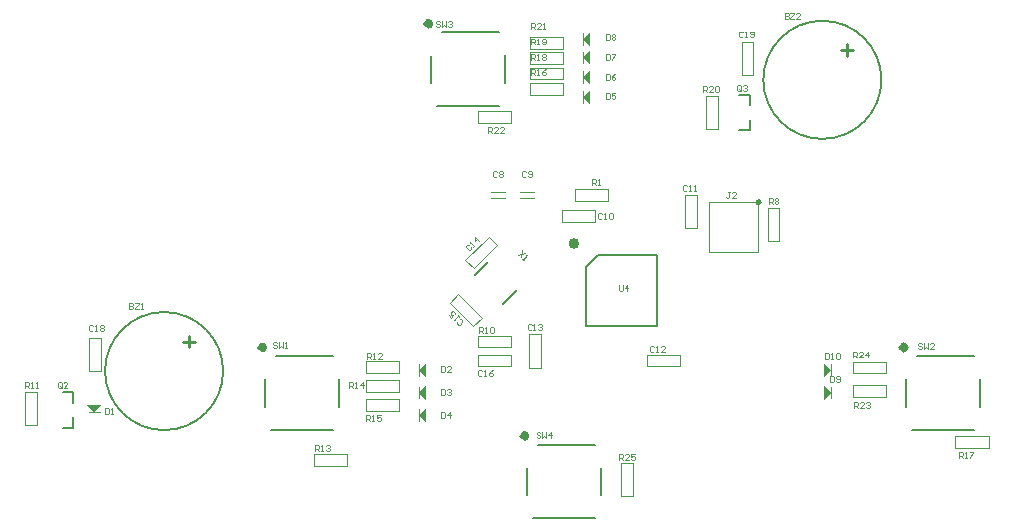
<source format=gto>
G04*
G04 #@! TF.GenerationSoftware,Altium Limited,Altium Designer,23.5.1 (21)*
G04*
G04 Layer_Color=65535*
%FSLAX25Y25*%
%MOIN*%
G70*
G04*
G04 #@! TF.SameCoordinates,AFD14176-74B1-4AA8-BEBF-F55300C3C1FD*
G04*
G04*
G04 #@! TF.FilePolarity,Positive*
G04*
G01*
G75*
%ADD10C,0.00787*%
%ADD11C,0.01968*%
%ADD12C,0.00984*%
%ADD13C,0.00394*%
%ADD14C,0.00600*%
G36*
X634449Y556866D02*
X632087Y559228D01*
X634449Y561591D01*
Y556866D01*
D02*
G37*
G36*
Y550591D02*
X632087Y552953D01*
X634449Y555315D01*
Y550591D01*
D02*
G37*
G36*
Y544095D02*
X632087Y546457D01*
X634449Y548819D01*
Y544095D01*
D02*
G37*
G36*
X634449Y537402D02*
X632087Y539764D01*
X634449Y542126D01*
Y537402D01*
D02*
G37*
G36*
X714961Y448779D02*
X712598Y446417D01*
Y451142D01*
X714961Y448779D01*
D02*
G37*
G36*
X579921Y446417D02*
X577559Y448779D01*
X579921Y451142D01*
Y446417D01*
D02*
G37*
G36*
X714961Y441268D02*
X712598Y438905D01*
Y443630D01*
X714961Y441268D01*
D02*
G37*
G36*
X579921Y438905D02*
X577559Y441268D01*
X579921Y443630D01*
Y438905D01*
D02*
G37*
G36*
X469291Y434646D02*
X466929Y437008D01*
X471654D01*
X469291Y434646D01*
D02*
G37*
G36*
X579921Y431394D02*
X577559Y433756D01*
X579921Y436118D01*
Y431394D01*
D02*
G37*
D10*
X731634Y545504D02*
G03*
X731634Y545504I-19685J0D01*
G01*
X512205Y448425D02*
G03*
X512205Y448425I-19685J0D01*
G01*
X684252Y540551D02*
X687795D01*
Y537008D02*
Y540551D01*
X684252Y528740D02*
X687795D01*
Y532283D01*
X656693Y463386D02*
Y487008D01*
X633071Y463386D02*
X656693D01*
X633071D02*
Y483071D01*
X637008Y487008D01*
X656693D01*
X596190Y480458D02*
X600644Y484912D01*
X605377Y470715D02*
X610109Y475447D01*
X458661Y441339D02*
X462205D01*
Y437795D02*
Y441339D01*
X458661Y429528D02*
X462205D01*
Y433071D01*
D11*
X581219Y564157D02*
G03*
X581219Y564157I-707J0D01*
G01*
X690748Y504724D02*
G03*
X690748Y504724I-197J0D01*
G01*
X629921Y490945D02*
G03*
X629921Y490945I-787J0D01*
G01*
X525888Y456284D02*
G03*
X525888Y456284I-707J0D01*
G01*
X613290Y426756D02*
G03*
X613290Y426756I-707J0D01*
G01*
X739668Y456284D02*
G03*
X739668Y456284I-707J0D01*
G01*
D12*
X718248Y555346D02*
X722185D01*
X720217Y553378D02*
Y557315D01*
X498819Y458268D02*
X502756D01*
X500787Y456299D02*
Y460236D01*
D13*
X685039Y547244D02*
X688976D01*
Y558268D01*
X685039D02*
X688976D01*
X685039Y547244D02*
Y558268D01*
X673228Y529134D02*
Y540158D01*
X677165D01*
Y529134D02*
Y540158D01*
X673228Y529134D02*
X677165D01*
X632087Y537795D02*
Y541732D01*
X632087Y544488D02*
Y548425D01*
Y550984D02*
Y554921D01*
Y557260D02*
Y561197D01*
X597244Y531102D02*
X608268D01*
X597244D02*
Y535039D01*
X608268D01*
Y531102D02*
Y535039D01*
X693701Y491732D02*
X697638D01*
Y502756D01*
X693701D02*
X697638D01*
X693701Y491732D02*
Y502756D01*
X674016Y504724D02*
X690551D01*
Y488189D02*
Y504724D01*
X674016Y488189D02*
X690551D01*
X674016D02*
Y504724D01*
X670079Y496063D02*
Y507087D01*
X666142Y496063D02*
X670079D01*
X666142D02*
Y507087D01*
X670079D01*
X625197Y498032D02*
X636221D01*
X625197D02*
Y501968D01*
X636221D01*
Y498032D02*
Y501968D01*
X629528Y505118D02*
Y509055D01*
Y505118D02*
X640551D01*
Y509055D01*
X629528D02*
X640551D01*
X611024Y508071D02*
X615748D01*
X611024Y506102D02*
X615748D01*
X601575Y508071D02*
X606299D01*
X601575Y506102D02*
X606299D01*
X592877Y485425D02*
X600672Y493220D01*
X603456Y490436D01*
X595661Y482641D02*
X603456Y490436D01*
X592877Y485425D02*
X595661Y482641D01*
X587759Y471268D02*
X590543Y474052D01*
X587759Y471268D02*
X595554Y463473D01*
X598338Y466257D01*
X590543Y474052D02*
X598338Y466257D01*
X608268Y456299D02*
Y460236D01*
X597244D02*
X608268D01*
X597244Y456299D02*
Y460236D01*
Y456299D02*
X608268D01*
X597244Y450000D02*
X608268D01*
X597244D02*
Y453937D01*
X608268D01*
Y450000D02*
Y453937D01*
X614173Y449606D02*
Y460630D01*
X618110D01*
Y449606D02*
Y460630D01*
X614173Y449606D02*
X618110D01*
X577559Y431787D02*
Y435724D01*
Y439299D02*
Y443236D01*
X577559Y446811D02*
Y450748D01*
X542520Y420866D02*
X553543D01*
Y416929D02*
Y420866D01*
X542520Y416929D02*
X553543D01*
X542520D02*
Y420866D01*
X559842Y441370D02*
X570866D01*
X559842D02*
Y445307D01*
X570866D01*
Y441370D02*
Y445307D01*
X559842Y435039D02*
X570866D01*
X559842D02*
Y438976D01*
X570866D01*
Y435039D02*
Y438976D01*
X559842Y447701D02*
X570866D01*
X559842D02*
Y451638D01*
X570866D01*
Y447701D02*
Y451638D01*
X446063Y430315D02*
Y441339D01*
X450000D01*
Y430315D02*
Y441339D01*
X446063Y430315D02*
X450000D01*
X467323Y434646D02*
X471260D01*
X644882Y406693D02*
X648819D01*
Y417717D01*
X644882D02*
X648819D01*
X644882Y406693D02*
Y417717D01*
X653543Y453937D02*
X664567D01*
Y450000D02*
Y453937D01*
X653543Y450000D02*
X664567D01*
X653543D02*
Y453937D01*
X714961Y446811D02*
Y450748D01*
Y439299D02*
Y443236D01*
X767323Y422835D02*
Y426772D01*
X756299D02*
X767323D01*
X756299Y422835D02*
Y426772D01*
Y422835D02*
X767323D01*
X722047Y447638D02*
Y451575D01*
Y447638D02*
X733071D01*
Y451575D01*
X722047D02*
X733071D01*
X722047Y439764D02*
Y443701D01*
Y439764D02*
X733071D01*
Y443701D01*
X722047D02*
X733071D01*
X625591Y550787D02*
Y554724D01*
X614567D02*
X625591D01*
X614567Y550787D02*
Y554724D01*
Y550787D02*
X625591D01*
Y555905D02*
Y559842D01*
X614567D02*
X625591D01*
X614567Y555905D02*
Y559842D01*
Y555905D02*
X625591D01*
Y545669D02*
Y549606D01*
X614567D02*
X625591D01*
X614567Y545669D02*
Y549606D01*
Y545669D02*
X625591D01*
Y540551D02*
Y544488D01*
X614567D02*
X625591D01*
X614567Y540551D02*
Y544488D01*
Y540551D02*
X625591D01*
X467445Y448331D02*
Y459354D01*
X471382D01*
Y448331D02*
Y459354D01*
X467445Y448331D02*
X471382D01*
X635302Y510433D02*
Y512401D01*
X636286D01*
X636614Y512073D01*
Y511417D01*
X636286Y511089D01*
X635302D01*
X635958D02*
X636614Y510433D01*
X637270D02*
X637926D01*
X637598D01*
Y512401D01*
X637270Y512073D01*
X611973Y488631D02*
X611509Y486312D01*
X612900Y487704D02*
X610581Y487240D01*
X611973Y485848D02*
X612437Y485385D01*
X612205Y485616D01*
X613596Y487008D01*
X613132Y487008D01*
X644029Y476968D02*
Y475328D01*
X644357Y475000D01*
X645013D01*
X645341Y475328D01*
Y476968D01*
X646981Y475000D02*
Y476968D01*
X645997Y475984D01*
X647309D01*
X617979Y427821D02*
X617652Y428149D01*
X616995D01*
X616668Y427821D01*
Y427493D01*
X616995Y427165D01*
X617652D01*
X617979Y426837D01*
Y426509D01*
X617652Y426181D01*
X616995D01*
X616668Y426509D01*
X618635Y428149D02*
Y426181D01*
X619291Y426837D01*
X619947Y426181D01*
Y428149D01*
X621587Y426181D02*
Y428149D01*
X620603Y427165D01*
X621915D01*
X584515Y564829D02*
X584187Y565157D01*
X583531D01*
X583203Y564829D01*
Y564501D01*
X583531Y564173D01*
X584187D01*
X584515Y563845D01*
Y563517D01*
X584187Y563189D01*
X583531D01*
X583203Y563517D01*
X585171Y565157D02*
Y563189D01*
X585827Y563845D01*
X586483Y563189D01*
Y565157D01*
X587139Y564829D02*
X587467Y565157D01*
X588123D01*
X588451Y564829D01*
Y564501D01*
X588123Y564173D01*
X587795D01*
X588123D01*
X588451Y563845D01*
Y563517D01*
X588123Y563189D01*
X587467D01*
X587139Y563517D01*
X745145Y457349D02*
X744817Y457677D01*
X744161D01*
X743833Y457349D01*
Y457021D01*
X744161Y456693D01*
X744817D01*
X745145Y456365D01*
Y456037D01*
X744817Y455709D01*
X744161D01*
X743833Y456037D01*
X745801Y457677D02*
Y455709D01*
X746457Y456365D01*
X747113Y455709D01*
Y457677D01*
X749081Y455709D02*
X747769D01*
X749081Y457021D01*
Y457349D01*
X748752Y457677D01*
X748097D01*
X747769Y457349D01*
X530118Y457743D02*
X529790Y458071D01*
X529135D01*
X528806Y457743D01*
Y457415D01*
X529135Y457087D01*
X529790D01*
X530118Y456759D01*
Y456431D01*
X529790Y456103D01*
X529135D01*
X528806Y456431D01*
X530774Y458071D02*
Y456103D01*
X531430Y456759D01*
X532086Y456103D01*
Y458071D01*
X532742Y456103D02*
X533398D01*
X533070D01*
Y458071D01*
X532742Y457743D01*
X644227Y418701D02*
Y420669D01*
X645211D01*
X645539Y420341D01*
Y419685D01*
X645211Y419357D01*
X644227D01*
X644882D02*
X645539Y418701D01*
X647506D02*
X646194D01*
X647506Y420013D01*
Y420341D01*
X647178Y420669D01*
X646522D01*
X646194Y420341D01*
X649474Y420669D02*
X648162D01*
Y419685D01*
X648818Y420013D01*
X649146D01*
X649474Y419685D01*
Y419029D01*
X649146Y418701D01*
X648490D01*
X648162Y419029D01*
X722179Y452953D02*
Y454921D01*
X723163D01*
X723491Y454593D01*
Y453937D01*
X723163Y453609D01*
X722179D01*
X722835D02*
X723491Y452953D01*
X725459D02*
X724147D01*
X725459Y454265D01*
Y454593D01*
X725131Y454921D01*
X724475D01*
X724147Y454593D01*
X727099Y452953D02*
Y454921D01*
X726115Y453937D01*
X727427D01*
X722573Y436024D02*
Y437992D01*
X723557D01*
X723885Y437664D01*
Y437008D01*
X723557Y436680D01*
X722573D01*
X723229D02*
X723885Y436024D01*
X725853D02*
X724541D01*
X725853Y437336D01*
Y437664D01*
X725525Y437992D01*
X724869D01*
X724541Y437664D01*
X726509D02*
X726837Y437992D01*
X727493D01*
X727821Y437664D01*
Y437336D01*
X727493Y437008D01*
X727165D01*
X727493D01*
X727821Y436680D01*
Y436352D01*
X727493Y436024D01*
X726837D01*
X726509Y436352D01*
X600526Y527756D02*
Y529724D01*
X601510D01*
X601838Y529396D01*
Y528740D01*
X601510Y528412D01*
X600526D01*
X601182D02*
X601838Y527756D01*
X603806D02*
X602494D01*
X603806Y529068D01*
Y529396D01*
X603478Y529724D01*
X602822D01*
X602494Y529396D01*
X605773Y527756D02*
X604461D01*
X605773Y529068D01*
Y529396D01*
X605445Y529724D01*
X604789D01*
X604461Y529396D01*
X614800Y562400D02*
Y564368D01*
X615784D01*
X616112Y564040D01*
Y563384D01*
X615784Y563056D01*
X614800D01*
X615456D02*
X616112Y562400D01*
X618080D02*
X616768D01*
X618080Y563712D01*
Y564040D01*
X617752Y564368D01*
X617096D01*
X616768Y564040D01*
X618736Y562400D02*
X619392D01*
X619064D01*
Y564368D01*
X618736Y564040D01*
X672179Y541536D02*
Y543504D01*
X673163D01*
X673491Y543176D01*
Y542520D01*
X673163Y542192D01*
X672179D01*
X672835D02*
X673491Y541536D01*
X675459D02*
X674147D01*
X675459Y542848D01*
Y543176D01*
X675131Y543504D01*
X674475D01*
X674147Y543176D01*
X676115D02*
X676443Y543504D01*
X677099D01*
X677427Y543176D01*
Y541864D01*
X677099Y541536D01*
X676443D01*
X676115Y541864D01*
Y543176D01*
X614800Y557300D02*
Y559268D01*
X615784D01*
X616112Y558940D01*
Y558284D01*
X615784Y557956D01*
X614800D01*
X615456D02*
X616112Y557300D01*
X616768D02*
X617424D01*
X617096D01*
Y559268D01*
X616768Y558940D01*
X618408Y557628D02*
X618736Y557300D01*
X619392D01*
X619720Y557628D01*
Y558940D01*
X619392Y559268D01*
X618736D01*
X618408Y558940D01*
Y558612D01*
X618736Y558284D01*
X619720D01*
X614800Y552200D02*
Y554168D01*
X615784D01*
X616112Y553840D01*
Y553184D01*
X615784Y552856D01*
X614800D01*
X615456D02*
X616112Y552200D01*
X616768D02*
X617424D01*
X617096D01*
Y554168D01*
X616768Y553840D01*
X618408D02*
X618736Y554168D01*
X619392D01*
X619720Y553840D01*
Y553512D01*
X619392Y553184D01*
X619720Y552856D01*
Y552528D01*
X619392Y552200D01*
X618736D01*
X618408Y552528D01*
Y552856D01*
X618736Y553184D01*
X618408Y553512D01*
Y553840D01*
X618736Y553184D02*
X619392D01*
X757383Y419488D02*
Y421456D01*
X758367D01*
X758695Y421128D01*
Y420472D01*
X758367Y420145D01*
X757383D01*
X758039D02*
X758695Y419488D01*
X759351D02*
X760007D01*
X759679D01*
Y421456D01*
X759351Y421128D01*
X760990Y421456D02*
X762302D01*
Y421128D01*
X760990Y419816D01*
Y419488D01*
X614800Y547100D02*
Y549068D01*
X615784D01*
X616112Y548740D01*
Y548084D01*
X615784Y547756D01*
X614800D01*
X615456D02*
X616112Y547100D01*
X616768D02*
X617424D01*
X617096D01*
Y549068D01*
X616768Y548740D01*
X619720Y549068D02*
X619064Y548740D01*
X618408Y548084D01*
Y547428D01*
X618736Y547100D01*
X619392D01*
X619720Y547428D01*
Y547756D01*
X619392Y548084D01*
X618408D01*
X559745Y431693D02*
Y433661D01*
X560729D01*
X561057Y433333D01*
Y432677D01*
X560729Y432349D01*
X559745D01*
X560401D02*
X561057Y431693D01*
X561713D02*
X562369D01*
X562041D01*
Y433661D01*
X561713Y433333D01*
X564665Y433661D02*
X563353D01*
Y432677D01*
X564009Y433005D01*
X564337D01*
X564665Y432677D01*
Y432021D01*
X564337Y431693D01*
X563681D01*
X563353Y432021D01*
X554233Y442717D02*
Y444685D01*
X555217D01*
X555545Y444357D01*
Y443701D01*
X555217Y443373D01*
X554233D01*
X554889D02*
X555545Y442717D01*
X556201D02*
X556857D01*
X556529D01*
Y444685D01*
X556201Y444357D01*
X558825Y442717D02*
Y444685D01*
X557841Y443701D01*
X559153D01*
X542816Y421851D02*
Y423819D01*
X543800D01*
X544128Y423491D01*
Y422835D01*
X543800Y422507D01*
X542816D01*
X543472D02*
X544128Y421851D01*
X544784D02*
X545440D01*
X545112D01*
Y423819D01*
X544784Y423491D01*
X546423D02*
X546751Y423819D01*
X547407D01*
X547735Y423491D01*
Y423163D01*
X547407Y422835D01*
X547080D01*
X547407D01*
X547735Y422507D01*
Y422179D01*
X547407Y421851D01*
X546751D01*
X546423Y422179D01*
X560139Y452559D02*
Y454527D01*
X561123D01*
X561450Y454199D01*
Y453543D01*
X561123Y453215D01*
X560139D01*
X560794D02*
X561450Y452559D01*
X562107D02*
X562762D01*
X562434D01*
Y454527D01*
X562107Y454199D01*
X565058Y452559D02*
X563746D01*
X565058Y453871D01*
Y454199D01*
X564730Y454527D01*
X564074D01*
X563746Y454199D01*
X446293Y442717D02*
Y444685D01*
X447277D01*
X447605Y444357D01*
Y443701D01*
X447277Y443373D01*
X446293D01*
X446949D02*
X447605Y442717D01*
X448261D02*
X448917D01*
X448589D01*
Y444685D01*
X448261Y444357D01*
X449901Y442717D02*
X450557D01*
X450229D01*
Y444685D01*
X449901Y444357D01*
X597540Y461221D02*
Y463189D01*
X598524D01*
X598852Y462861D01*
Y462205D01*
X598524Y461877D01*
X597540D01*
X598196D02*
X598852Y461221D01*
X599508D02*
X600164D01*
X599836D01*
Y463189D01*
X599508Y462861D01*
X601148D02*
X601476Y463189D01*
X602132D01*
X602460Y462861D01*
Y461549D01*
X602132Y461221D01*
X601476D01*
X601148Y461549D01*
Y462861D01*
X694029Y504134D02*
Y506102D01*
X695013D01*
X695341Y505774D01*
Y505118D01*
X695013Y504790D01*
X694029D01*
X694685D02*
X695341Y504134D01*
X695997Y505774D02*
X696325Y506102D01*
X696981D01*
X697309Y505774D01*
Y505446D01*
X696981Y505118D01*
X697309Y504790D01*
Y504462D01*
X696981Y504134D01*
X696325D01*
X695997Y504462D01*
Y504790D01*
X696325Y505118D01*
X695997Y505446D01*
Y505774D01*
X696325Y505118D02*
X696981D01*
X684711Y542257D02*
Y543569D01*
X684383Y543897D01*
X683728D01*
X683399Y543569D01*
Y542257D01*
X683728Y541929D01*
X684383D01*
X684055Y542585D02*
X684711Y541929D01*
X684383D02*
X684711Y542257D01*
X685367Y543569D02*
X685695Y543897D01*
X686351D01*
X686679Y543569D01*
Y543241D01*
X686351Y542913D01*
X686023D01*
X686351D01*
X686679Y542585D01*
Y542257D01*
X686351Y541929D01*
X685695D01*
X685367Y542257D01*
X458333Y443045D02*
Y444357D01*
X458006Y444685D01*
X457349D01*
X457022Y444357D01*
Y443045D01*
X457349Y442717D01*
X458006D01*
X457678Y443373D02*
X458333Y442717D01*
X458006D02*
X458333Y443045D01*
X460301Y442717D02*
X458989D01*
X460301Y444029D01*
Y444357D01*
X459973Y444685D01*
X459317D01*
X458989Y444357D01*
X681168Y508071D02*
X680512D01*
X680840D01*
Y506431D01*
X680512Y506103D01*
X680184D01*
X679856Y506431D01*
X683136Y506103D02*
X681824D01*
X683136Y507415D01*
Y507743D01*
X682808Y508071D01*
X682152D01*
X681824Y507743D01*
X712894Y454527D02*
Y452559D01*
X713878D01*
X714206Y452887D01*
Y454199D01*
X713878Y454527D01*
X712894D01*
X714862Y452559D02*
X715518D01*
X715190D01*
Y454527D01*
X714862Y454199D01*
X716502D02*
X716830Y454527D01*
X717486D01*
X717814Y454199D01*
Y452887D01*
X717486Y452559D01*
X716830D01*
X716502Y452887D01*
Y454199D01*
X714502Y446653D02*
Y444685D01*
X715486D01*
X715814Y445013D01*
Y446325D01*
X715486Y446653D01*
X714502D01*
X716470Y445013D02*
X716798Y444685D01*
X717454D01*
X717782Y445013D01*
Y446325D01*
X717454Y446653D01*
X716798D01*
X716470Y446325D01*
Y445997D01*
X716798Y445669D01*
X717782D01*
X639699Y560826D02*
Y558859D01*
X640683D01*
X641011Y559187D01*
Y560499D01*
X640683Y560826D01*
X639699D01*
X641667Y560499D02*
X641994Y560826D01*
X642651D01*
X642978Y560499D01*
Y560171D01*
X642651Y559842D01*
X642978Y559515D01*
Y559187D01*
X642651Y558859D01*
X641994D01*
X641667Y559187D01*
Y559515D01*
X641994Y559842D01*
X641667Y560171D01*
Y560499D01*
X641994Y559842D02*
X642651D01*
X639699Y554134D02*
Y552166D01*
X640683D01*
X641011Y552494D01*
Y553806D01*
X640683Y554134D01*
X639699D01*
X641667D02*
X642978D01*
Y553806D01*
X641667Y552494D01*
Y552166D01*
X639699Y547441D02*
Y545473D01*
X640683D01*
X641011Y545801D01*
Y547113D01*
X640683Y547441D01*
X639699D01*
X642978D02*
X642322Y547113D01*
X641667Y546457D01*
Y545801D01*
X641994Y545473D01*
X642651D01*
X642978Y545801D01*
Y546129D01*
X642651Y546457D01*
X641667D01*
X639699Y541141D02*
Y539174D01*
X640683D01*
X641011Y539501D01*
Y540813D01*
X640683Y541141D01*
X639699D01*
X642978D02*
X641667D01*
Y540158D01*
X642322Y540485D01*
X642651D01*
X642978Y540158D01*
Y539501D01*
X642651Y539174D01*
X641994D01*
X641667Y539501D01*
X584974Y434842D02*
Y432874D01*
X585958D01*
X586286Y433202D01*
Y434514D01*
X585958Y434842D01*
X584974D01*
X587926Y432874D02*
Y434842D01*
X586942Y433858D01*
X588254D01*
X584974Y442322D02*
Y440355D01*
X585958D01*
X586286Y440683D01*
Y441994D01*
X585958Y442322D01*
X584974D01*
X586942Y441994D02*
X587270Y442322D01*
X587926D01*
X588254Y441994D01*
Y441667D01*
X587926Y441339D01*
X587598D01*
X587926D01*
X588254Y441011D01*
Y440683D01*
X587926Y440355D01*
X587270D01*
X586942Y440683D01*
X584974Y450197D02*
Y448229D01*
X585958D01*
X586286Y448557D01*
Y449869D01*
X585958Y450197D01*
X584974D01*
X588254Y448229D02*
X586942D01*
X588254Y449541D01*
Y449869D01*
X587926Y450197D01*
X587270D01*
X586942Y449869D01*
X472704Y436023D02*
Y434055D01*
X473688D01*
X474016Y434383D01*
Y435695D01*
X473688Y436023D01*
X472704D01*
X474672Y434055D02*
X475328D01*
X475000D01*
Y436023D01*
X474672Y435695D01*
X685466Y561286D02*
X685138Y561614D01*
X684482D01*
X684154Y561286D01*
Y559974D01*
X684482Y559646D01*
X685138D01*
X685466Y559974D01*
X686122Y559646D02*
X686778D01*
X686450D01*
Y561614D01*
X686122Y561286D01*
X687762Y559974D02*
X688090Y559646D01*
X688746D01*
X689074Y559974D01*
Y561286D01*
X688746Y561614D01*
X688090D01*
X687762Y561286D01*
Y560958D01*
X688090Y560630D01*
X689074D01*
X468912Y463540D02*
X468584Y463868D01*
X467928D01*
X467600Y463540D01*
Y462228D01*
X467928Y461900D01*
X468584D01*
X468912Y462228D01*
X469568Y461900D02*
X470224D01*
X469896D01*
Y463868D01*
X469568Y463540D01*
X471208D02*
X471536Y463868D01*
X472192D01*
X472520Y463540D01*
Y463212D01*
X472192Y462884D01*
X472520Y462556D01*
Y462228D01*
X472192Y461900D01*
X471536D01*
X471208Y462228D01*
Y462556D01*
X471536Y462884D01*
X471208Y463212D01*
Y463540D01*
X471536Y462884D02*
X472192D01*
X598458Y448294D02*
X598130Y448622D01*
X597474D01*
X597147Y448294D01*
Y446982D01*
X597474Y446654D01*
X598130D01*
X598458Y446982D01*
X599114Y446654D02*
X599770D01*
X599442D01*
Y448622D01*
X599114Y448294D01*
X602066Y448622D02*
X601410Y448294D01*
X600754Y447638D01*
Y446982D01*
X601082Y446654D01*
X601738D01*
X602066Y446982D01*
Y447310D01*
X601738Y447638D01*
X600754D01*
X590112Y464866D02*
X590112Y464402D01*
X590576Y463939D01*
X591039Y463939D01*
X591967Y464866D01*
Y465330D01*
X591503Y465794D01*
X591039D01*
X590807Y466490D02*
X590344Y466953D01*
X590576Y466721D01*
X589184Y465330D01*
X589648Y465330D01*
X587329Y467185D02*
X588256Y466258D01*
X588952Y466953D01*
X588256Y467185D01*
X588024Y467417D01*
Y467881D01*
X588488Y468345D01*
X588952D01*
X589416Y467881D01*
Y467417D01*
X594000Y490597D02*
X593536Y490597D01*
X593072Y490133D01*
X593072Y489669D01*
X594000Y488742D01*
X594464D01*
X594928Y489206D01*
Y489669D01*
X595623Y489901D02*
X596087Y490365D01*
X595855Y490133D01*
X594464Y491525D01*
X594464Y491061D01*
X597479Y491757D02*
X596087Y493148D01*
Y491757D01*
X597015Y492684D01*
X614994Y463648D02*
X614666Y463976D01*
X614010D01*
X613682Y463648D01*
Y462336D01*
X614010Y462008D01*
X614666D01*
X614994Y462336D01*
X615650Y462008D02*
X616306D01*
X615978D01*
Y463976D01*
X615650Y463648D01*
X617290D02*
X617618Y463976D01*
X618274D01*
X618602Y463648D01*
Y463320D01*
X618274Y462992D01*
X617946D01*
X618274D01*
X618602Y462664D01*
Y462336D01*
X618274Y462008D01*
X617618D01*
X617290Y462336D01*
X655939Y456562D02*
X655611Y456889D01*
X654955D01*
X654627Y456562D01*
Y455250D01*
X654955Y454922D01*
X655611D01*
X655939Y455250D01*
X656595Y454922D02*
X657251D01*
X656923D01*
Y456889D01*
X656595Y456562D01*
X659546Y454922D02*
X658235D01*
X659546Y456234D01*
Y456562D01*
X659219Y456889D01*
X658563D01*
X658235Y456562D01*
X666897Y510105D02*
X666569Y510433D01*
X665913D01*
X665585Y510105D01*
Y508793D01*
X665913Y508465D01*
X666569D01*
X666897Y508793D01*
X667553Y508465D02*
X668209D01*
X667880D01*
Y510433D01*
X667553Y510105D01*
X669192Y508465D02*
X669848D01*
X669520D01*
Y510433D01*
X669192Y510105D01*
X638616Y500656D02*
X638288Y500984D01*
X637632D01*
X637304Y500656D01*
Y499344D01*
X637632Y499016D01*
X638288D01*
X638616Y499344D01*
X639272Y499016D02*
X639928D01*
X639600D01*
Y500984D01*
X639272Y500656D01*
X640912D02*
X641240Y500984D01*
X641896D01*
X642224Y500656D01*
Y499344D01*
X641896Y499016D01*
X641240D01*
X640912Y499344D01*
Y500656D01*
X613058Y514829D02*
X612730Y515157D01*
X612074D01*
X611746Y514829D01*
Y513517D01*
X612074Y513189D01*
X612730D01*
X613058Y513517D01*
X613714D02*
X614042Y513189D01*
X614698D01*
X615026Y513517D01*
Y514829D01*
X614698Y515157D01*
X614042D01*
X613714Y514829D01*
Y514501D01*
X614042Y514173D01*
X615026D01*
X603609Y514829D02*
X603281Y515157D01*
X602625D01*
X602297Y514829D01*
Y513517D01*
X602625Y513189D01*
X603281D01*
X603609Y513517D01*
X604265Y514829D02*
X604593Y515157D01*
X605249D01*
X605577Y514829D01*
Y514501D01*
X605249Y514173D01*
X605577Y513845D01*
Y513517D01*
X605249Y513189D01*
X604593D01*
X604265Y513517D01*
Y513845D01*
X604593Y514173D01*
X604265Y514501D01*
Y514829D01*
X604593Y514173D02*
X605249D01*
X699345Y567913D02*
Y565945D01*
X700329D01*
X700657Y566273D01*
Y566601D01*
X700329Y566929D01*
X699345D01*
X700329D01*
X700657Y567257D01*
Y567585D01*
X700329Y567913D01*
X699345D01*
X701313D02*
X702625D01*
Y567585D01*
X701313Y566273D01*
Y565945D01*
X702625D01*
X704592D02*
X703280D01*
X704592Y567257D01*
Y567585D01*
X704264Y567913D01*
X703608D01*
X703280Y567585D01*
X480775Y471063D02*
Y469095D01*
X481759D01*
X482087Y469423D01*
Y469751D01*
X481759Y470079D01*
X480775D01*
X481759D01*
X482087Y470407D01*
Y470735D01*
X481759Y471063D01*
X480775D01*
X482743D02*
X484055D01*
Y470735D01*
X482743Y469423D01*
Y469095D01*
X484055D01*
X484711D02*
X485367D01*
X485039D01*
Y471063D01*
X484711Y470735D01*
D14*
X583432Y536716D02*
X604001D01*
X606017Y544389D02*
Y553643D01*
X585085Y561316D02*
X604001D01*
X581417Y544389D02*
Y553614D01*
X528101Y428842D02*
X548671D01*
X550686Y436515D02*
Y445769D01*
X529755Y453442D02*
X548671D01*
X526086Y436515D02*
Y445740D01*
X613487Y406987D02*
Y416212D01*
X617156Y423914D02*
X636072D01*
X638087Y406987D02*
Y416241D01*
X615503Y399314D02*
X636072D01*
X741881Y428842D02*
X762450D01*
X764465Y436515D02*
Y445769D01*
X743534Y453442D02*
X762450D01*
X739865Y436515D02*
Y445740D01*
M02*

</source>
